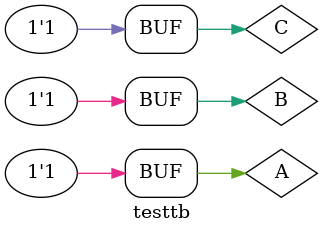
<source format=v>
`timescale 1ns / 1ps


module testtb;

	// Inputs
	reg A;
	reg B;
	reg C;

	// Outputs
	wire evenparity;

	// Instantiate the Unit Under Test (UUT)
	peritygen uut (
		.A(A), 
		.B(B), 
		.C(C), 
		.evenparity(evenparity)
	);

	initial begin
		// Initialize Inputs
		A = 0;
		B = 0;
		C = 0;

		#100;
        
		// Add stimulus here
		A = 0;
		B = 0;
		C = 1;

		#100;
		A = 0;
		B = 1;
		C = 0;

		#100;
		A = 0;
		B = 1;
		C = 1;

		#100;
		A = 1;
		B = 0;
		C = 0;

		#100;
		A = 1;
		B = 0;
		C = 1;

		#100;
		A = 1;
		B = 1;
		C = 0;

		#100;
		A = 1;
		B = 1;
		C = 1;

		#100;

	end
      
endmodule


</source>
